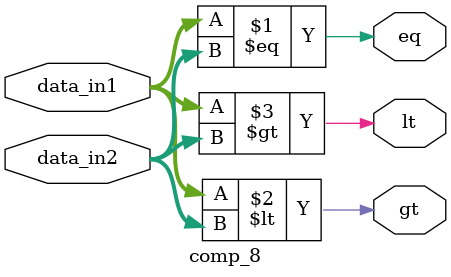
<source format=v>
module comp_8(input[7:0] data_in1, data_in2, output eq, gt, lt);
    assign eq = data_in1==data_in2;
    assign gt = data_in1<data_in2;
    assign lt = data_in1>data_in2;
endmodule
</source>
